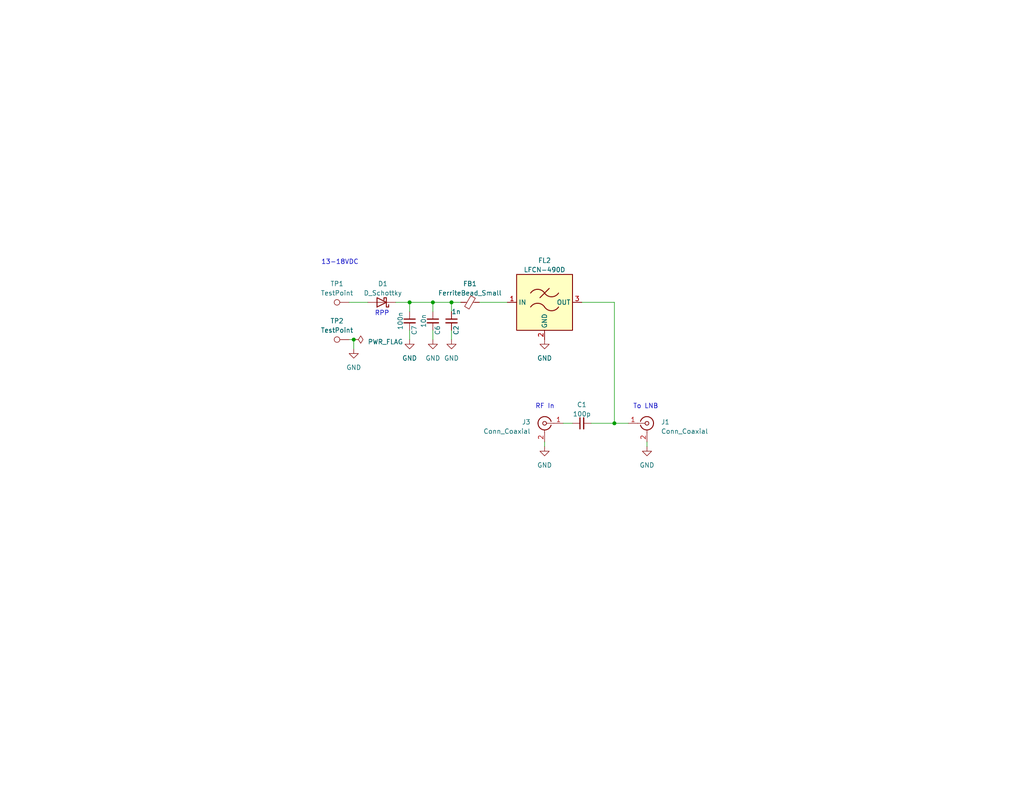
<source format=kicad_sch>
(kicad_sch (version 20230121) (generator eeschema)
  (paper "USLetter")
  (title_block (title "Bias T") (date "2023-06-21") (rev "1") (company "Deep Space Exploration Society") (comment 1 "Designed by Hans Gaensbauer"))
  (lib_symbols
    (symbol "Connector:Conn_Coaxial" (pin_names (offset 1.016) hide)
      (property "Reference" "J" (at 0.254 3.048 0))
      (property "Value" "Conn_Coaxial" (at 2.921 0 90))
      (symbol "Conn_Coaxial_0_1"
        (arc (start -1.778 -0.508) (mid 0.2311 -1.8066) (end 1.778 0) (stroke (width 0.254)))
        (polyline (pts (xy -2.54 0) (xy -0.508 0)))
        (polyline (pts (xy 0 -2.54) (xy 0 -1.778)))
        (circle (center 0 0) (radius 0.508) (stroke (width 0.2032)))
        (arc (start 1.778 0) (mid 0.2099 1.8101) (end -1.778 0.508) (stroke (width 0.254)))
      )
      (symbol "Conn_Coaxial_1_1"
        (pin passive line (at -5.08 0 0) (length 2.54) (name "In") (number "1"))
        (pin passive line (at 0 -5.08 90) (length 2.54) (name "Ext") (number "2"))
      )
    )
    (symbol "Connector:TestPoint" (pin_numbers hide) (pin_names (offset 0.762) hide)
      (property "Reference" "TP" (at 0 6.858 0))
      (property "Value" "TestPoint" (at 0 5.08 0))
      (symbol "TestPoint_0_1"
        (circle (center 0 3.302) (radius 0.762))
      )
      (symbol "TestPoint_1_1"
        (pin passive line (at 0 0 90) (length 2.54) (name "1") (number "1"))
      )
    )
    (symbol "Device:C_Small" (pin_numbers hide) (pin_names (offset 0.254) hide)
      (property "Reference" "C" (at 0.254 1.778 0))
      (property "Value" "C_Small" (at 0.254 -2.032 0))
      (symbol "C_Small_0_1"
        (polyline (pts (xy -1.524 -0.508) (xy 1.524 -0.508)) (stroke (width 0.3302)))
        (polyline (pts (xy -1.524 0.508) (xy 1.524 0.508)) (stroke (width 0.3048)))
      )
      (symbol "C_Small_1_1"
        (pin passive line (at 0 2.54 270) (length 2.032) (name "~") (number "1"))
        (pin passive line (at 0 -2.54 90) (length 2.032) (name "~") (number "2"))
      )
    )
    (symbol "Device:D_Schottky" (pin_numbers hide) (pin_names (offset 1.016) hide)
      (property "Reference" "D" (at 0 2.54 0))
      (property "Value" "D_Schottky" (at 0 -2.54 0))
      (symbol "D_Schottky_0_1"
        (polyline (pts (xy 1.27 0) (xy -1.27 0)))
        (polyline (pts (xy 1.27 1.27) (xy 1.27 -1.27) (xy -1.27 0) (xy 1.27 1.27)) (stroke (width 0.254)))
        (polyline (pts (xy -1.905 0.635) (xy -1.905 1.27) (xy -1.27 1.27) (xy -1.27 -1.27) (xy -0.635 -1.27) (xy -0.635 -0.635)) (stroke (width 0.254)))
      )
      (symbol "D_Schottky_1_1"
        (pin passive line (at -3.81 0 0) (length 2.54) (name "K") (number "1"))
        (pin passive line (at 3.81 0 180) (length 2.54) (name "A") (number "2"))
      )
    )
    (symbol "Device:FerriteBead_Small" (pin_numbers hide) (pin_names (offset 0))
      (property "Reference" "FB" (at 1.905 1.27 0))
      (property "Value" "FerriteBead_Small" (at 1.905 -1.27 0))
      (symbol "FerriteBead_Small_0_1"
        (polyline (pts (xy 0 -1.27) (xy 0 -0.7874)))
        (polyline (pts (xy 0 0.889) (xy 0 1.2954)))
        (polyline (pts (xy -1.8288 0.2794) (xy -1.1176 1.4986) (xy 1.8288 -0.2032) (xy 1.1176 -1.4224) (xy -1.8288 0.2794)))
      )
      (symbol "FerriteBead_Small_1_1"
        (pin passive line (at 0 2.54 270) (length 1.27) (name "~") (number "1"))
        (pin passive line (at 0 -2.54 90) (length 1.27) (name "~") (number "2"))
      )
    )
    (symbol "RF_Filter:LFCN-490D"
      (property "Reference" "FL" (at 0 10.795 0))
      (property "Value" "LFCN-490D" (at 0 8.89 0))
      (symbol "LFCN-490D_0_1"
        (rectangle (start -7.62 7.62) (end 7.62 -7.62) (stroke (width 0.254)) (fill (type background)))
        (arc (start 0 -1.27) (mid -1.905 -0.2505) (end -3.81 -1.27) (stroke (width 0.254)))
        (arc (start 0 -1.27) (mid 1.905 -2.2895) (end 3.81 -1.27) (stroke (width 0.254)))
        (polyline (pts (xy -1.27 1.27) (xy 1.27 3.81)) (stroke (width 0.254)))
        (arc (start 0 2.54) (mid -1.905 3.5595) (end -3.81 2.54) (stroke (width 0.254)))
        (arc (start 0 2.54) (mid 1.905 1.5205) (end 3.81 2.54) (stroke (width 0.254)))
      )
      (symbol "LFCN-490D_1_1"
        (pin passive line (at -10.16 0 0) (length 2.54) (name "IN") (number "1"))
        (pin passive line (at 0 -10.16 90) (length 2.54) (name "GND") (number "2"))
        (pin passive line (at 10.16 0 180) (length 2.54) (name "OUT") (number "3"))
        (pin passive line (at 0 -10.16 90) (length 2.54) hide (name "GND") (number "4"))
      )
    )
    (symbol "power:GND" (power) (pin_names (offset 0))
      (property "Value" "GND" (at 0 -3.81 0))
      (symbol "GND_0_1"
        (polyline (pts (xy 0 0) (xy 0 -1.27) (xy 1.27 -1.27) (xy 0 -2.54) (xy -1.27 -1.27) (xy 0 -1.27)))
      )
      (symbol "GND_1_1"
        (pin power_in line (at 0 0 270) (length 0) hide (name "GND") (number "1"))
      )
    )
    (symbol "power:PWR_FLAG" (power) (pin_numbers hide) (pin_names (offset 0) hide)
      (property "Value" "PWR_FLAG" (at 0 3.81 0))
      (symbol "PWR_FLAG_0_0"
        (pin power_out line (at 0 0 90) (length 0) (name "pwr") (number "1"))
      )
      (symbol "PWR_FLAG_0_1"
        (polyline (pts (xy 0 0) (xy 0 1.27) (xy -1.016 1.905) (xy 0 2.54) (xy 1.016 1.905) (xy 0 1.27)))
      )
    )
  )
  (junction (at 118.11 82.55))
  (junction (at 123.19 82.55))
  (junction (at 96.52 92.71))
  (junction (at 167.64 115.57))
  (junction (at 111.76 82.55))
  (wire (pts (xy 107.95 82.55) (xy 111.76 82.55)))
  (wire (pts (xy 118.11 82.55) (xy 118.11 85.09)))
  (wire (pts (xy 118.11 90.17) (xy 118.11 92.71)))
  (wire (pts (xy 111.76 82.55) (xy 111.76 85.09)))
  (wire (pts (xy 95.25 82.55) (xy 100.33 82.55)))
  (wire (pts (xy 125.73 82.55) (xy 123.19 82.55)))
  (wire (pts (xy 158.75 82.55) (xy 167.64 82.55)))
  (wire (pts (xy 153.67 115.57) (xy 156.21 115.57)))
  (wire (pts (xy 148.59 120.65) (xy 148.59 121.92)))
  (wire (pts (xy 167.64 115.57) (xy 171.45 115.57)))
  (wire (pts (xy 123.19 82.55) (xy 123.19 85.09)))
  (wire (pts (xy 111.76 90.17) (xy 111.76 92.71)))
  (wire (pts (xy 123.19 90.17) (xy 123.19 92.71)))
  (wire (pts (xy 167.64 82.55) (xy 167.64 115.57)))
  (wire (pts (xy 176.53 120.65) (xy 176.53 121.92)))
  (wire (pts (xy 161.29 115.57) (xy 167.64 115.57)))
  (wire (pts (xy 96.52 95.25) (xy 96.52 92.71)))
  (wire (pts (xy 130.81 82.55) (xy 138.43 82.55)))
  (wire (pts (xy 118.11 82.55) (xy 111.76 82.55)))
  (wire (pts (xy 96.52 92.71) (xy 95.25 92.71)))
  (wire (pts (xy 123.19 82.55) (xy 118.11 82.55)))
  (text "RF In" (at 146.05 111.76 0) (effects (font (size 1.27 1.27)) (justify left bottom)))
  (text "To LNB" (at 172.72 111.76 0) (effects (font (size 1.27 1.27)) (justify left bottom)))
  (text "13-18VDC" (at 87.63 72.39 0) (effects (font (size 1.27 1.27)) (justify left bottom)))
  (text "RPP" (at 102.235 86.36 0) (effects (font (size 1.27 1.27)) (justify left bottom)))
  (symbol (lib_id "power:GND") (at 148.59 92.71 0) (mirror y) (unit 1)
    (property "Reference" "#PWR04" (effects hide))
    (property "Value" "GND" (at 148.59 97.79 0))
  )
  (symbol (lib_id "Connector:TestPoint") (at 95.25 92.71 90) (unit 1)
    (property "Reference" "TP2" (at 91.948 87.63 90))
    (property "Value" "TestPoint" (at 91.948 90.17 90))
    (property "Footprint" "TestPoint:TestPoint_THTPad_4.0x4.0mm_Drill2.0mm" (effects hide))
  )
  (symbol (lib_id "power:GND") (at 111.76 92.71 0) (mirror y) (unit 1)
    (property "Reference" "#PWR08" (effects hide))
    (property "Value" "GND" (at 111.76 97.79 0))
  )
  (symbol (lib_id "Device:C_Small") (at 123.19 87.63 0) (mirror y) (unit 1)
    (property "Reference" "C2" (at 124.46 90.17 90))
    (property "Value" "1n" (at 124.46 85.09 0))
    (property "Footprint" "Capacitor_SMD:C_0603_1608Metric" (effects hide))
  )
  (symbol (lib_id "power:GND") (at 176.53 121.92 0) (unit 1)
    (property "Reference" "#PWR01" (effects hide))
    (property "Value" "GND" (at 176.53 127 0))
  )
  (symbol (lib_id "Device:D_Schottky") (at 104.14 82.55 180) (unit 1)
    (property "Reference" "D1" (at 104.4575 77.47 0))
    (property "Value" "D_Schottky" (at 104.4575 80.01 0))
    (property "Footprint" "Diode_SMD:D_SOD-123" (effects hide))
  )
  (symbol (lib_id "Device:C_Small") (at 158.75 115.57 90) (unit 1)
    (property "Reference" "C1" (at 158.7563 110.49 90))
    (property "Value" "100p" (at 158.7563 113.03 90))
    (property "Footprint" "Capacitor_SMD:C_0603_1608Metric" (effects hide))
  )
  (symbol (lib_id "power:GND") (at 118.11 92.71 0) (mirror y) (unit 1)
    (property "Reference" "#PWR07" (effects hide))
    (property "Value" "GND" (at 118.11 97.79 0))
  )
  (symbol (lib_id "Device:C_Small") (at 118.11 87.63 0) (mirror y) (unit 1)
    (property "Reference" "C6" (at 119.38 90.17 90))
    (property "Value" "10n" (at 115.57 87.6363 90))
    (property "Footprint" "Capacitor_SMD:C_0603_1608Metric" (effects hide))
  )
  (symbol (lib_id "power:GND") (at 148.59 121.92 0) (mirror y) (unit 1)
    (property "Reference" "#PWR09" (effects hide))
    (property "Value" "GND" (at 148.59 127 0))
  )
  (symbol (lib_id "power:GND") (at 96.52 95.25 0) (mirror y) (unit 1)
    (property "Reference" "#PWR03" (effects hide))
    (property "Value" "GND" (at 96.52 100.33 0))
  )
  (symbol (lib_id "Connector:TestPoint") (at 95.25 82.55 90) (unit 1)
    (property "Reference" "TP1" (at 91.948 77.47 90))
    (property "Value" "TestPoint" (at 91.948 80.01 90))
    (property "Footprint" "TestPoint:TestPoint_THTPad_4.0x4.0mm_Drill2.0mm" (effects hide))
  )
  (symbol (lib_id "Device:C_Small") (at 111.76 87.63 0) (mirror y) (unit 1)
    (property "Reference" "C7" (at 113.03 90.17 90))
    (property "Value" "100n" (at 109.22 87.6363 90))
    (property "Footprint" "Capacitor_SMD:C_0603_1608Metric" (effects hide))
  )
  (symbol (lib_id "power:GND") (at 123.19 92.71 0) (mirror y) (unit 1)
    (property "Reference" "#PWR02" (effects hide))
    (property "Value" "GND" (at 123.19 97.79 0))
  )
  (symbol (lib_id "RF_Filter:LFCN-490D") (at 148.59 82.55 0) (unit 1)
    (property "Reference" "FL2" (at 148.59 71.12 0))
    (property "Value" "LFCN-490D" (at 148.59 73.66 0))
    (property "Footprint" "Filter:Filter_Mini-Circuits_FV1206" (effects hide))
    (property "Datasheet" "https://www.minicircuits.com/pdfs/LFCN-490D+.pdf" (effects hide))
  )
  (symbol (lib_id "power:PWR_FLAG") (at 96.52 92.71 270) (unit 1)
    (property "Reference" "#FLG01" (effects hide))
    (property "Value" "PWR_FLAG" (at 100.33 93.345 90) (effects (justify left)))
  )
  (symbol (lib_id "Connector:Conn_Coaxial") (at 148.59 115.57 0) (mirror y) (unit 1)
    (property "Reference" "J3" (at 144.78 115.2282 0) (effects (justify left)))
    (property "Value" "Conn_Coaxial" (at 144.78 117.7682 0) (effects (justify left)))
    (property "Footprint" "Connector_Coaxial:SMA_Samtec_SMA-J-P-X-ST-EM1_EdgeMount" (effects hide))
    (property "Datasheet" " ~" (effects hide))
  )
  (symbol (lib_id "Device:FerriteBead_Small") (at 128.27 82.55 90) (unit 1)
    (property "Reference" "FB1" (at 128.2319 77.47 90))
    (property "Value" "FerriteBead_Small" (at 128.2319 80.01 90))
    (property "Footprint" "Inductor_SMD:L_0805_2012Metric" (effects hide))
  )
  (symbol (lib_id "Connector:Conn_Coaxial") (at 176.53 115.57 0) (unit 1)
    (property "Reference" "J1" (at 180.34 115.2282 0) (effects (justify left)))
    (property "Value" "Conn_Coaxial" (at 180.34 117.7682 0) (effects (justify left)))
    (property "Footprint" "Connector_Coaxial:SMA_Samtec_SMA-J-P-X-ST-EM1_EdgeMount" (effects hide))
    (property "Datasheet" " ~" (effects hide))
  )
)
</source>
